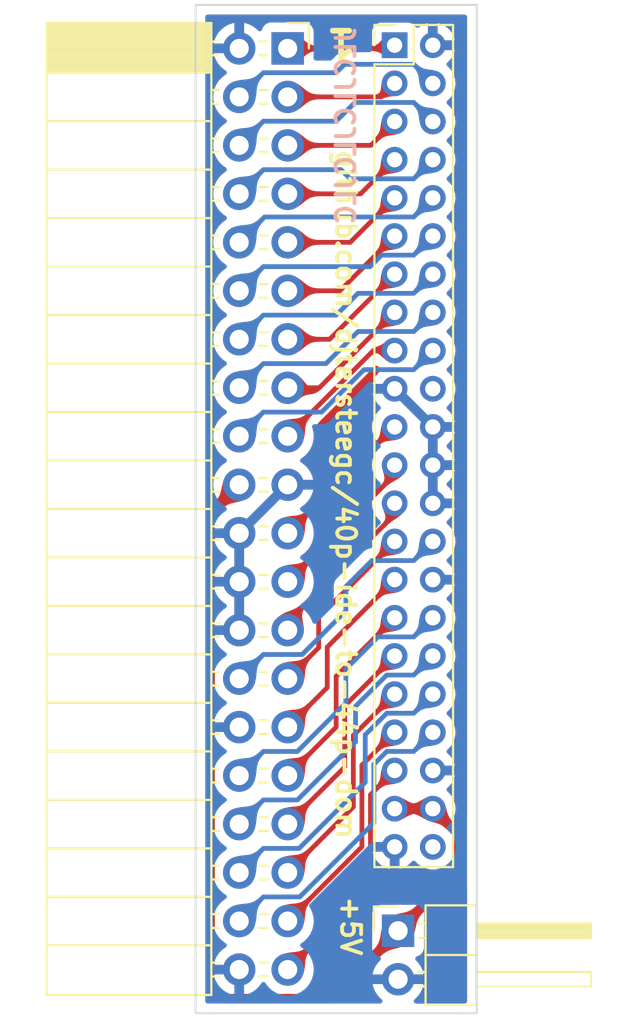
<source format=kicad_pcb>
(kicad_pcb (version 20211014) (generator pcbnew)
  (layers (0 "F.Cu" signal) (31 "B.Cu" signal) (34 "B.Paste" user) (35 "F.Paste" user) (36 "B.SilkS" user "B.Silkscreen") (37 "F.SilkS" user "F.Silkscreen") (38 "B.Mask" user) (39 "F.Mask" user) (44 "Edge.Cuts" user))
  (net 0 "")
  (net 1 "Net-(J1-Pad1)")
  (net 2 "GND")
  (net 3 "Net-(J1-Pad3)")
  (net 4 "Net-(J1-Pad4)")
  (net 5 "Net-(J1-Pad5)")
  (net 6 "Net-(J1-Pad6)")
  (net 7 "Net-(J1-Pad7)")
  (net 8 "Net-(J1-Pad8)")
  (net 9 "Net-(J1-Pad9)")
  (net 10 "Net-(J1-Pad10)")
  (net 11 "Net-(J1-Pad11)")
  (net 12 "Net-(J1-Pad12)")
  (net 13 "Net-(J1-Pad13)")
  (net 14 "Net-(J1-Pad14)")
  (net 15 "Net-(J1-Pad15)")
  (net 16 "Net-(J1-Pad16)")
  (net 17 "Net-(J1-Pad17)")
  (net 18 "Net-(J1-Pad18)")
  (net 20 "Net-(J1-Pad21)")
  (net 21 "Net-(J1-Pad23)")
  (net 22 "Net-(J1-Pad25)")
  (net 23 "Net-(J1-Pad27)")
  (net 24 "Net-(J1-Pad28)")
  (net 25 "Net-(J1-Pad29)")
  (net 26 "Net-(J1-Pad31)")
  (net 27 "Net-(J1-Pad32)")
  (net 28 "Net-(J1-Pad33)")
  (net 29 "Net-(J1-Pad34)")
  (net 30 "Net-(J1-Pad35)")
  (net 31 "Net-(J1-Pad36)")
  (net 32 "Net-(J1-Pad37)")
  (net 33 "Net-(J1-Pad38)")
  (net 34 "Net-(J1-Pad39)")
  (net 35 "+5V")
  (footprint "Connector_PinSocket_2.54mm:PinSocket_2x20_P2.54mm_Horizontal" (layer "F.Cu") (at 156.464 63.242)
    (fp_text reference "J2")
    (fp_text value "IDE 40 pin")
  )
  (footprint "Connector_PinHeader_2.54mm:PinHeader_1x02_P2.54mm_Horizontal" (layer "F.Cu") (at 162.249 109.469)
    (fp_text reference "J3")
    (fp_text value "5V Power")
  )
  (footprint "Connector_PinHeader_2.00mm:PinHeader_2x22_P2.00mm_Vertical" (layer "F.Cu") (at 162.068 63.074)
    (fp_text reference "J1")
    (fp_text value "IDE 44 pin")
  )
  (gr_line (start 152.654 60.96) (end 152.4 60.96) (layer "Edge.Cuts") (width 0.1))
  (gr_line (start 165.608 60.96) (end 152.654 60.96) (layer "Edge.Cuts") (width 0.1))
  (gr_line (start 152.654 113.792) (end 165.608 113.792) (layer "Edge.Cuts") (width 0.1))
  (gr_line (start 151.892 113.792) (end 152.146 113.792) (layer "Edge.Cuts") (width 0.1))
  (gr_line (start 166.37 60.96) (end 166.37 113.792) (layer "Edge.Cuts") (width 0.1))
  (gr_line (start 165.862 113.792) (end 165.608 113.792) (layer "Edge.Cuts") (width 0.1))
  (gr_line (start 166.37 113.792) (end 165.862 113.792) (layer "Edge.Cuts") (width 0.1))
  (gr_line (start 151.892 113.792) (end 151.638 113.792) (layer "Edge.Cuts") (width 0.1))
  (gr_line (start 151.638 60.96) (end 151.892 60.96) (layer "Edge.Cuts") (width 0.1))
  (gr_line (start 152.4 113.792) (end 152.146 113.792) (layer "Edge.Cuts") (width 0.1))
  (gr_line (start 151.892 60.96) (end 152.4 60.96) (layer "Edge.Cuts") (width 0.1))
  (gr_line (start 165.862 60.96) (end 166.37 60.96) (layer "Edge.Cuts") (width 0.1))
  (gr_line (start 152.654 113.792) (end 152.4 113.792) (layer "Edge.Cuts") (width 0.1))
  (gr_line (start 165.862 60.96) (end 165.608 60.96) (layer "Edge.Cuts") (width 0.1))
  (gr_line (start 151.638 113.792) (end 151.638 60.96) (layer "Edge.Cuts") (width 0.1))
  (gr_text "JLCJLCJLCJLC" (at 159.512 67.31 90) (layer "B.SilkS") (effects (font (size 1 1) (thickness 0.2)) (justify mirror)))
  (gr_text "+5V" (at 159.766 109.22 270) (layer "F.SilkS") (effects (font (size 1 1) (thickness 0.2))))
  (gr_text "1" (at 159.258 62.992 180) (layer "F.SilkS") (effects (font (size 1.5 1.5) (thickness 0.3))))
  (gr_text "github.com/djtersteegc/40p-ide-to-44p-dom" (at 159.512 86.614 270) (layer "F.SilkS") (effects (font (size 1 1) (thickness 0.2))))
  (segment (start 161.9 63.242) (end 162.068 63.074) (width 0.25) (layer "F.Cu") (net 1))
  (segment (start 156.464 63.242) (end 161.9 63.242) (width 0.25) (layer "F.Cu") (net 1))
  (segment (start 156.464 86.102) (end 153.924 88.642) (width 0.5) (layer "F.Cu") (net 2))
  (segment (start 162.068 81.074) (end 164.068 83.074) (width 0.5) (layer "F.Cu") (net 2))
  (segment (start 162.068 81.074) (end 164.068 83.074) (width 0.5) (layer "B.Cu") (net 2))
  (segment (start 156.464 86.102) (end 153.924 88.642) (width 0.5) (layer "B.Cu") (net 2))
  (segment (start 156.464 65.782) (end 161.36 65.782) (width 0.25) (layer "F.Cu") (net 3))
  (segment (start 161.36 65.782) (end 162.068 65.074) (width 0.25) (layer "F.Cu") (net 3))
  (segment (start 159.004 64.516) (end 159.445511 64.074489) (width 0.25) (layer "B.Cu") (net 4))
  (segment (start 155.19 64.516) (end 159.004 64.516) (width 0.25) (layer "B.Cu") (net 4))
  (segment (start 153.924 65.782) (end 155.19 64.516) (width 0.25) (layer "B.Cu") (net 4))
  (segment (start 163.068489 64.074489) (end 164.068 65.074) (width 0.25) (layer "B.Cu") (net 4))
  (segment (start 159.445511 64.074489) (end 163.068489 64.074489) (width 0.25) (layer "B.Cu") (net 4))
  (segment (start 156.464 68.322) (end 160.82 68.322) (width 0.25) (layer "F.Cu") (net 5))
  (segment (start 160.82 68.322) (end 162.068 67.074) (width 0.25) (layer "F.Cu") (net 5))
  (segment (start 153.924 68.322) (end 155.19 67.056) (width 0.25) (layer "B.Cu") (net 6))
  (segment (start 159.985511 66.074489) (end 163.068489 66.074489) (width 0.25) (layer "B.Cu") (net 6))
  (segment (start 163.068489 66.074489) (end 164.068 67.074) (width 0.25) (layer "B.Cu") (net 6))
  (segment (start 159.004 67.056) (end 159.985511 66.074489) (width 0.25) (layer "B.Cu") (net 6))
  (segment (start 155.19 67.056) (end 159.004 67.056) (width 0.25) (layer "B.Cu") (net 6))
  (segment (start 160.28 70.862) (end 162.068 69.074) (width 0.25) (layer "F.Cu") (net 7))
  (segment (start 156.464 70.862) (end 160.28 70.862) (width 0.25) (layer "F.Cu") (net 7))
  (segment (start 155.19 69.596) (end 159.258 69.596) (width 0.25) (layer "B.Cu") (net 8))
  (segment (start 163.068489 70.073511) (end 164.068 69.074) (width 0.25) (layer "B.Cu") (net 8))
  (segment (start 153.924 70.862) (end 155.19 69.596) (width 0.25) (layer "B.Cu") (net 8))
  (segment (start 159.735511 70.073511) (end 163.068489 70.073511) (width 0.25) (layer "B.Cu") (net 8))
  (segment (start 159.258 69.596) (end 159.735511 70.073511) (width 0.25) (layer "B.Cu") (net 8))
  (segment (start 156.464 73.402) (end 159.74 73.402) (width 0.25) (layer "F.Cu") (net 9))
  (segment (start 159.74 73.402) (end 162.068 71.074) (width 0.25) (layer "F.Cu") (net 9))
  (segment (start 163.068489 72.073511) (end 164.068 71.074) (width 0.25) (layer "B.Cu") (net 10))
  (segment (start 155.252489 72.073511) (end 163.068489 72.073511) (width 0.25) (layer "B.Cu") (net 10))
  (segment (start 153.924 73.402) (end 155.252489 72.073511) (width 0.25) (layer "B.Cu") (net 10))
  (segment (start 159.2 75.942) (end 162.068 73.074) (width 0.25) (layer "F.Cu") (net 11))
  (segment (start 156.464 75.942) (end 159.2 75.942) (width 0.25) (layer "F.Cu") (net 11))
  (segment (start 163.068489 74.073511) (end 164.068 73.074) (width 0.25) (layer "B.Cu") (net 12))
  (segment (start 155.19 74.676) (end 160.782001 74.676) (width 0.25) (layer "B.Cu") (net 12))
  (segment (start 161.38449 74.073511) (end 163.068489 74.073511) (width 0.25) (layer "B.Cu") (net 12))
  (segment (start 153.924 75.942) (end 155.19 74.676) (width 0.25) (layer "B.Cu") (net 12))
  (segment (start 160.782001 74.676) (end 161.38449 74.073511) (width 0.25) (layer "B.Cu") (net 12))
  (segment (start 158.66 78.482) (end 162.068 75.074) (width 0.25) (layer "F.Cu") (net 13))
  (segment (start 156.464 78.482) (end 158.66 78.482) (width 0.25) (layer "F.Cu") (net 13))
  (segment (start 159.004 77.216) (end 160.145511 76.074489) (width 0.25) (layer "B.Cu") (net 14))
  (segment (start 155.19 77.216) (end 159.004 77.216) (width 0.25) (layer "B.Cu") (net 14))
  (segment (start 160.145511 76.074489) (end 163.067511 76.074489) (width 0.25) (layer "B.Cu") (net 14))
  (segment (start 153.924 78.482) (end 155.19 77.216) (width 0.25) (layer "B.Cu") (net 14))
  (segment (start 163.067511 76.074489) (end 164.068 75.074) (width 0.25) (layer "B.Cu") (net 14))
  (segment (start 156.464 81.022) (end 158.12 81.022) (width 0.25) (layer "F.Cu") (net 15))
  (segment (start 158.12 81.022) (end 162.068 77.074) (width 0.25) (layer "F.Cu") (net 15))
  (segment (start 160.154727 78.073511) (end 163.068489 78.073511) (width 0.25) (layer "B.Cu") (net 16))
  (segment (start 153.924 81.022) (end 155.19 79.756) (width 0.25) (layer "B.Cu") (net 16))
  (segment (start 163.068489 78.073511) (end 164.068 77.074) (width 0.25) (layer "B.Cu") (net 16))
  (segment (start 155.19 79.756) (end 158.472238 79.756) (width 0.25) (layer "B.Cu") (net 16))
  (segment (start 158.472238 79.756) (end 160.154727 78.073511) (width 0.25) (layer "B.Cu") (net 16))
  (segment (start 160.952 79.074) (end 162.068 79.074) (width 0.25) (layer "F.Cu") (net 17))
  (segment (start 156.464 83.562) (end 160.952 79.074) (width 0.25) (layer "F.Cu") (net 17))
  (segment (start 160.464489 80.073511) (end 163.068489 80.073511) (width 0.25) (layer "B.Cu") (net 18))
  (segment (start 158.242 82.296) (end 160.464489 80.073511) (width 0.25) (layer "B.Cu") (net 18))
  (segment (start 155.19 82.296) (end 158.242 82.296) (width 0.25) (layer "B.Cu") (net 18))
  (segment (start 153.924 83.562) (end 155.19 82.296) (width 0.25) (layer "B.Cu") (net 18))
  (segment (start 163.068489 80.073511) (end 164.068 79.074) (width 0.25) (layer "B.Cu") (net 18))
  (segment (start 162.032 83.074) (end 162.068 83.074) (width 0.25) (layer "F.Cu") (net 20))
  (segment (start 156.464 88.642) (end 162.032 83.074) (width 0.25) (layer "F.Cu") (net 20))
  (segment (start 162.068 85.578) (end 162.068 85.074) (width 0.25) (layer "F.Cu") (net 21))
  (segment (start 156.464 91.182) (end 162.068 85.578) (width 0.25) (layer "F.Cu") (net 21))
  (segment (start 156.464 93.264477) (end 162.068 87.660477) (width 0.25) (layer "F.Cu") (net 22))
  (segment (start 162.068 87.660477) (end 162.068 87.074) (width 0.25) (layer "F.Cu") (net 22))
  (segment (start 156.464 93.722) (end 156.464 93.264477) (width 0.25) (layer "F.Cu") (net 22))
  (segment (start 158.088031 93.053969) (end 162.068 89.074) (width 0.25) (layer "F.Cu") (net 23))
  (segment (start 158.088031 94.637969) (end 158.088031 93.053969) (width 0.25) (layer "F.Cu") (net 23))
  (segment (start 156.464 96.262) (end 158.088031 94.637969) (width 0.25) (layer "F.Cu") (net 23))
  (segment (start 153.924 96.262) (end 155.19 94.996) (width 0.25) (layer "B.Cu") (net 24))
  (segment (start 155.19 94.996) (end 157.226 94.996) (width 0.25) (layer "B.Cu") (net 24))
  (segment (start 160.877511 90.074489) (end 163.067511 90.074489) (width 0.25) (layer "B.Cu") (net 24))
  (segment (start 159.512 92.71) (end 159.512 91.44) (width 0.25) (layer "B.Cu") (net 24))
  (segment (start 159.512 91.44) (end 160.877511 90.074489) (width 0.25) (layer "B.Cu") (net 24))
  (segment (start 157.226 94.996) (end 159.512 92.71) (width 0.25) (layer "B.Cu") (net 24))
  (segment (start 163.067511 90.074489) (end 164.068 89.074) (width 0.25) (layer "B.Cu") (net 24))
  (segment (start 158.537551 96.728449) (end 158.537551 94.604449) (width 0.25) (layer "F.Cu") (net 25))
  (segment (start 156.464 98.802) (end 158.537551 96.728449) (width 0.25) (layer "F.Cu") (net 25))
  (segment (start 158.537551 94.604449) (end 162.068 91.074) (width 0.25) (layer "F.Cu") (net 25))
  (segment (start 159.004 98.802) (end 159.004 96.138) (width 0.25) (layer "F.Cu") (net 26))
  (segment (start 159.004 96.138) (end 162.068 93.074) (width 0.25) (layer "F.Cu") (net 26))
  (segment (start 156.464 101.342) (end 159.004 98.802) (width 0.25) (layer "F.Cu") (net 26))
  (segment (start 153.924 101.342) (end 155.19 100.076) (width 0.25) (layer "B.Cu") (net 27))
  (segment (start 163.068489 94.073511) (end 164.068 93.074) (width 0.25) (layer "B.Cu") (net 27))
  (segment (start 155.19 100.076) (end 156.972 100.076) (width 0.25) (layer "B.Cu") (net 27))
  (segment (start 156.972 100.076) (end 159.512 97.536) (width 0.25) (layer "B.Cu") (net 27))
  (segment (start 159.512 97.536) (end 159.512 95.758001) (width 0.25) (layer "B.Cu") (net 27))
  (segment (start 161.19649 94.073511) (end 163.068489 94.073511) (width 0.25) (layer "B.Cu") (net 27))
  (segment (start 159.512 95.758001) (end 161.19649 94.073511) (width 0.25) (layer "B.Cu") (net 27))
  (segment (start 159.45352 97.68848) (end 162.068 95.074) (width 0.25) (layer "F.Cu") (net 28))
  (segment (start 159.45352 100.89248) (end 159.45352 97.68848) (width 0.25) (layer "F.Cu") (net 28))
  (segment (start 156.464 103.882) (end 159.45352 100.89248) (width 0.25) (layer "F.Cu") (net 28))
  (segment (start 156.972 102.616) (end 160.02 99.568) (width 0.25) (layer "B.Cu") (net 29))
  (segment (start 160.02 97.708477) (end 161.654966 96.073511) (width 0.25) (layer "B.Cu") (net 29))
  (segment (start 160.02 99.568) (end 160.02 97.708477) (width 0.25) (layer "B.Cu") (net 29))
  (segment (start 163.068489 96.073511) (end 164.068 95.074) (width 0.25) (layer "B.Cu") (net 29))
  (segment (start 161.654966 96.073511) (end 163.068489 96.073511) (width 0.25) (layer "B.Cu") (net 29))
  (segment (start 153.924 103.882) (end 155.19 102.616) (width 0.25) (layer "B.Cu") (net 29))
  (segment (start 155.19 102.616) (end 156.972 102.616) (width 0.25) (layer "B.Cu") (net 29))
  (segment (start 159.90304 102.98296) (end 159.90304 99.23896) (width 0.25) (layer "F.Cu") (net 30))
  (segment (start 159.90304 99.23896) (end 162.068 97.074) (width 0.25) (layer "F.Cu") (net 30))
  (segment (start 156.464 106.422) (end 159.90304 102.98296) (width 0.25) (layer "F.Cu") (net 30))
  (segment (start 160.528 101.690969) (end 160.528 99.200477) (width 0.25) (layer "B.Cu") (net 31))
  (segment (start 160.528 99.200477) (end 161.654966 98.073511) (width 0.25) (layer "B.Cu") (net 31))
  (segment (start 155.19 105.156) (end 157.062969 105.156) (width 0.25) (layer "B.Cu") (net 31))
  (segment (start 163.068489 98.073511) (end 164.068 97.074) (width 0.25) (layer "B.Cu") (net 31))
  (segment (start 153.924 106.422) (end 155.19 105.156) (width 0.25) (layer "B.Cu") (net 31))
  (segment (start 161.654966 98.073511) (end 163.068489 98.073511) (width 0.25) (layer "B.Cu") (net 31))
  (segment (start 157.062969 105.156) (end 160.528 101.690969) (width 0.25) (layer "B.Cu") (net 31))
  (segment (start 156.464 108.962) (end 160.35256 105.07344) (width 0.25) (layer "F.Cu") (net 32))
  (segment (start 160.35256 100.78944) (end 162.068 99.074) (width 0.25) (layer "F.Cu") (net 32))
  (segment (start 160.35256 105.07344) (end 160.35256 100.78944) (width 0.25) (layer "F.Cu") (net 32))
  (segment (start 155.19 107.696) (end 157.099 107.696) (width 0.25) (layer "B.Cu") (net 33))
  (segment (start 157.099 107.696) (end 160.97752 103.81748) (width 0.25) (layer "B.Cu") (net 33))
  (segment (start 160.97752 103.81748) (end 160.97752 100.750957) (width 0.25) (layer "B.Cu") (net 33))
  (segment (start 163.067511 100.074489) (end 164.068 99.074) (width 0.25) (layer "B.Cu") (net 33))
  (segment (start 153.924 108.962) (end 155.19 107.696) (width 0.25) (layer "B.Cu") (net 33))
  (segment (start 161.653988 100.074489) (end 163.067511 100.074489) (width 0.25) (layer "B.Cu") (net 33))
  (segment (start 160.97752 100.750957) (end 161.653988 100.074489) (width 0.25) (layer "B.Cu") (net 33))
  (segment (start 156.464 111.502) (end 160.80208 107.16392) (width 0.25) (layer "F.Cu") (net 34))
  (segment (start 160.80208 102.33992) (end 162.068 101.074) (width 0.25) (layer "F.Cu") (net 34))
  (segment (start 160.80208 107.16392) (end 160.80208 102.33992) (width 0.25) (layer "F.Cu") (net 34))
  (segment (start 162.068 103.074) (end 164.068 103.074) (width 0.5) (layer "F.Cu") (net 35))
  (segment (start 162.249 109.531) (end 158.75 113.03) (width 0.5) (layer "F.Cu") (net 35))
  (segment (start 152.4 112.268) (end 153.162 113.03) (width 0.5) (layer "F.Cu") (net 35))
  (segment (start 165.354 104.36) (end 165.354 106.364) (width 0.5) (layer "F.Cu") (net 35))
  (segment (start 162.249 109.469) (end 162.249 109.531) (width 0.5) (layer "F.Cu") (net 35))
  (segment (start 158.75 113.03) (end 153.162 113.03) (width 0.5) (layer "F.Cu") (net 35))
  (segment (start 165.354 106.364) (end 162.249 109.469) (width 0.5) (layer "F.Cu") (net 35))
  (segment (start 164.068 103.074) (end 165.354 104.36) (width 0.5) (layer "F.Cu") (net 35))
  (segment (start 152.4 87.626) (end 152.4 112.268) (width 0.5) (layer "F.Cu") (net 35))
  (segment (start 153.924 86.102) (end 152.4 87.626) (width 0.5) (layer "F.Cu") (net 35))
  (zone (net 1) (net_name "Net-(J1-Pad1)") (layer "F.Cu") (priority 16962) (connect_pads yes (clearance 0)) (min_thickness 0.0254) (fill yes (thermal_gap 0.508) (thermal_bridge_width 0.508))
    (polygon (pts (xy 158.154 63.117) (xy 157.954601 63.106697) (xy 157.791127 63.077526) (xy 157.655726 63.032085) (xy 157.540548 62.972978) (xy 157.437741 62.902804) (xy 157.339455 62.824167) (xy 157.23784 62.739666) (xy 157.125043 62.651904) (xy 156.993216 62.563481) (xy 156.834506 62.477) (xy 156.039 63.242) (xy 156.834506 64.007) (xy 156.993216 63.920518) (xy 157.125043 63.832095) (xy 157.23784 63.744333) (xy 157.339455 63.659832) (xy 157.437741 63.581195) (xy 157.540548 63.511021) (xy 157.655726 63.451914) (xy 157.791127 63.406473) (xy 157.954601 63.377302) (xy 158.154 63.367)))
  )
  (zone (net 22) (net_name "Net-(J1-Pad25)") (layer "F.Cu") (priority 16962) (connect_pads yes (clearance 0)) (min_thickness 0.0254) (fill yes (thermal_gap 0.508) (thermal_bridge_width 0.508))
    (polygon (pts (xy 157.308992 92.242708) (xy 157.143484 92.394149) (xy 156.992375 92.506801) (xy 156.852336 92.589598) (xy 156.72004 92.651475) (xy 156.592161 92.701368) (xy 156.465372 92.748212) (xy 156.336344 92.800943) (xy 156.201752 92.868495) (xy 156.058268 92.959804) (xy 155.902566 93.083806) (xy 156.299175 94.113736) (xy 157.312817 93.677179) (xy 157.29836 93.518108) (xy 157.276368 93.374595) (xy 157.252312 93.243581) (xy 157.231663 93.122006) (xy 157.219895 93.006812) (xy 157.222478 92.89494) (xy 157.244885 92.78333) (xy 157.292588 92.668924) (xy 157.371058 92.548661) (xy 157.485769 92.419485)))
  )
  (zone (net 17) (net_name "Net-(J1-Pad17)") (layer "F.Cu") (priority 16962) (connect_pads yes (clearance 0)) (min_thickness 0.0254) (fill yes (thermal_gap 0.508) (thermal_bridge_width 0.508))
    (polygon (pts (xy 160.87139 79.331386) (xy 160.969497 79.253034) (xy 161.059965 79.218621) (xy 161.145002 79.221117) (xy 161.226817 79.253491) (xy 161.307621 79.308714) (xy 161.389621 79.379754) (xy 161.475027 79.459583) (xy 161.566049 79.541171) (xy 161.664895 79.617486) (xy 161.773775 79.6815) (xy 162.4055 79.074) (xy 161.590703 78.596703) (xy 161.49613 78.681806) (xy 161.407615 78.744619) (xy 161.323299 78.791059) (xy 161.241325 78.82704) (xy 161.159834 78.85848) (xy 161.076969 78.891294) (xy 160.990872 78.931398) (xy 160.899686 78.984708) (xy 160.801552 79.05714) (xy 160.694614 79.15461)))
  )
  (zone (net 30) (net_name "Net-(J1-Pad35)") (layer "F.Cu") (priority 16962) (connect_pads yes (clearance 0)) (min_thickness 0.0254) (fill yes (thermal_gap 0.508) (thermal_bridge_width 0.508))
    (polygon (pts (xy 157.570621 105.138602) (xy 157.42234 105.272313) (xy 157.286119 105.367278) (xy 157.158245 105.43089) (xy 157.035006 105.470538) (xy 156.912691 105.493613) (xy 156.787588 105.507507) (xy 156.655984 105.519609) (xy 156.514167 105.53731) (xy 156.358427 105.568002) (xy 156.185051 105.619076) (xy 156.16348 106.72252) (xy 157.266924 106.700949) (xy 157.317997 106.527572) (xy 157.348689 106.371832) (xy 157.36639 106.230015) (xy 157.378492 106.098411) (xy 157.392386 105.973308) (xy 157.415461 105.850993) (xy 157.455109 105.727754) (xy 157.518721 105.59988) (xy 157.613686 105.463659) (xy 157.747398 105.315379)))
  )
  (zone (net 20) (net_name "Net-(J1-Pad21)") (layer "F.Cu") (priority 16962) (connect_pads yes (clearance 0)) (min_thickness 0.0254) (fill yes (thermal_gap 0.508) (thermal_bridge_width 0.508))
    (polygon (pts (xy 157.570621 87.358602) (xy 157.42234 87.492313) (xy 157.286119 87.587278) (xy 157.158245 87.65089) (xy 157.035006 87.690538) (xy 156.912691 87.713613) (xy 156.787588 87.727507) (xy 156.655984 87.739609) (xy 156.514167 87.75731) (xy 156.358427 87.788002) (xy 156.185051 87.839076) (xy 156.16348 88.94252) (xy 157.266924 88.920949) (xy 157.317997 88.747572) (xy 157.348689 88.591832) (xy 157.36639 88.450015) (xy 157.378492 88.318411) (xy 157.392386 88.193308) (xy 157.415461 88.070993) (xy 157.455109 87.947754) (xy 157.518721 87.81988) (xy 157.613686 87.683659) (xy 157.747398 87.535379)))
  )
  (zone (net 21) (net_name "Net-(J1-Pad23)") (layer "F.Cu") (priority 16962) (connect_pads yes (clearance 0)) (min_thickness 0.0254) (fill yes (thermal_gap 0.508) (thermal_bridge_width 0.508))
    (polygon (pts (xy 157.570621 89.898602) (xy 157.42234 90.032313) (xy 157.286119 90.127278) (xy 157.158245 90.19089) (xy 157.035006 90.230538) (xy 156.912691 90.253613) (xy 156.787588 90.267507) (xy 156.655984 90.279609) (xy 156.514167 90.29731) (xy 156.358427 90.328002) (xy 156.185051 90.379076) (xy 156.16348 91.48252) (xy 157.266924 91.460949) (xy 157.317997 91.287572) (xy 157.348689 91.131832) (xy 157.36639 90.990015) (xy 157.378492 90.858411) (xy 157.392386 90.733308) (xy 157.415461 90.610993) (xy 157.455109 90.487754) (xy 157.518721 90.35988) (xy 157.613686 90.223659) (xy 157.747398 90.075379)))
  )
  (zone (net 9) (net_name "Net-(J1-Pad9)") (layer "F.Cu") (priority 16962) (connect_pads yes (clearance 0)) (min_thickness 0.0254) (fill yes (thermal_gap 0.508) (thermal_bridge_width 0.508))
    (polygon (pts (xy 158.154 73.277) (xy 157.954601 73.266697) (xy 157.791127 73.237526) (xy 157.655726 73.192085) (xy 157.540548 73.132978) (xy 157.437741 73.062804) (xy 157.339455 72.984167) (xy 157.23784 72.899666) (xy 157.125043 72.811904) (xy 156.993216 72.723481) (xy 156.834506 72.637) (xy 156.039 73.402) (xy 156.834506 74.167) (xy 156.993216 74.080518) (xy 157.125043 73.992095) (xy 157.23784 73.904333) (xy 157.339455 73.819832) (xy 157.437741 73.741195) (xy 157.540548 73.671021) (xy 157.655726 73.611914) (xy 157.791127 73.566473) (xy 157.954601 73.537302) (xy 158.154 73.527)))
  )
  (zone (net 2) (net_name "GND") (layers F&B.Cu) (connect_pads (clearance 0.508)) (min_thickness 0.254) (fill yes (thermal_gap 0.508) (thermal_bridge_width 0.508))
    (polygon (pts (xy 166.878 114.046) (xy 151.384 114.046) (xy 151.384 60.706) (xy 166.878 60.706)))
  )
  (zone (net 28) (net_name "Net-(J1-Pad33)") (layer "F.Cu") (priority 16962) (connect_pads yes (clearance 0)) (min_thickness 0.0254) (fill yes (thermal_gap 0.508) (thermal_bridge_width 0.508))
    (polygon (pts (xy 161.205331 96.113446) (xy 161.32209 96.00735) (xy 161.429072 95.930655) (xy 161.529248 95.877828) (xy 161.625588 95.843336) (xy 161.721066 95.821647) (xy 161.818652 95.807229) (xy 161.921319 95.794549) (xy 162.032037 95.778075) (xy 162.15378 95.752275) (xy 162.289518 95.711616) (xy 162.306648 94.835352) (xy 161.430384 94.852482) (xy 161.389724 94.988219) (xy 161.363924 95.109962) (xy 161.34745 95.22068) (xy 161.33477 95.323347) (xy 161.320352 95.420933) (xy 161.298663 95.516411) (xy 161.264171 95.612751) (xy 161.211344 95.712927) (xy 161.134649 95.819909) (xy 161.028554 95.936669)))
  )
  (zone (net 7) (net_name "Net-(J1-Pad7)") (layer "F.Cu") (priority 16962) (connect_pads yes (clearance 0)) (min_thickness 0.0254) (fill yes (thermal_gap 0.508) (thermal_bridge_width 0.508))
    (polygon (pts (xy 161.205331 70.113446) (xy 161.32209 70.00735) (xy 161.429072 69.930655) (xy 161.529248 69.877828) (xy 161.625588 69.843336) (xy 161.721066 69.821647) (xy 161.818652 69.807229) (xy 161.921319 69.794549) (xy 162.032037 69.778075) (xy 162.15378 69.752275) (xy 162.289518 69.711616) (xy 162.306648 68.835352) (xy 161.430384 68.852482) (xy 161.389724 68.988219) (xy 161.363924 69.109962) (xy 161.34745 69.22068) (xy 161.33477 69.323347) (xy 161.320352 69.420933) (xy 161.298663 69.516411) (xy 161.264171 69.612751) (xy 161.211344 69.712927) (xy 161.134649 69.819909) (xy 161.028554 69.936669)))
  )
  (zone (net 35) (net_name "+5V") (layer "F.Cu") (priority 16962) (connect_pads yes (clearance 0)) (min_thickness 0.0254) (fill yes (thermal_gap 0.508) (thermal_bridge_width 0.508))
    (polygon (pts (xy 162.723 103.324) (xy 162.875933 103.328515) (xy 163.005052 103.341645) (xy 163.115299 103.362761) (xy 163.211616 103.391237) (xy 163.298946 103.426444) (xy 163.382231 103.467755) (xy 163.466414 103.514544) (xy 163.556437 103.566182) (xy 163.657243 103.622043) (xy 163.773775 103.6815) (xy 164.4055 103.074) (xy 163.773775 102.4665) (xy 163.657243 102.525956) (xy 163.556437 102.581817) (xy 163.466414 102.633455) (xy 163.382231 102.680244) (xy 163.298946 102.721555) (xy 163.211616 102.756762) (xy 163.115299 102.785238) (xy 163.005052 102.806354) (xy 162.875933 102.819484) (xy 162.723 102.824)))
  )
  (zone (net 1) (net_name "Net-(J1-Pad1)") (layer "F.Cu") (priority 16962) (connect_pads yes (clearance 0)) (min_thickness 0.0254) (fill yes (thermal_gap 0.508) (thermal_bridge_width 0.508))
    (polygon (pts (xy 160.735 63.367) (xy 160.90631 63.37435) (xy 161.048574 63.394772) (xy 161.168392 63.425822) (xy 161.272368 63.465054) (xy 161.367101 63.510025) (xy 161.459195 63.55829) (xy 161.555251 63.607404) (xy 161.66187 63.654925) (xy 161.785654 63.698406) (xy 161.933205 63.735404) (xy 162.395009 62.990509) (xy 161.632635 62.558169) (xy 161.535647 62.646508) (xy 161.453931 62.731159) (xy 161.382361 62.810799) (xy 161.315813 62.884108) (xy 161.249161 62.949764) (xy 161.177282 63.006445) (xy 161.095051 63.052831) (xy 160.997344 63.087599) (xy 160.879035 63.109429) (xy 160.735 63.117)))
  )
  (zone (net 11) (net_name "Net-(J1-Pad11)") (layer "F.Cu") (priority 16962) (connect_pads yes (clearance 0)) (min_thickness 0.0254) (fill yes (thermal_gap 0.508) (thermal_bridge_width 0.508))
    (polygon (pts (xy 161.205331 74.113446) (xy 161.32209 74.00735) (xy 161.429072 73.930655) (xy 161.529248 73.877828) (xy 161.625588 73.843336) (xy 161.721066 73.821647) (xy 161.818652 73.807229) (xy 161.921319 73.794549) (xy 162.032037 73.778075) (xy 162.15378 73.752275) (xy 162.289518 73.711616) (xy 162.306648 72.835352) (xy 161.430384 72.852482) (xy 161.389724 72.988219) (xy 161.363924 73.109962) (xy 161.34745 73.22068) (xy 161.33477 73.323347) (xy 161.320352 73.420933) (xy 161.298663 73.516411) (xy 161.264171 73.612751) (xy 161.211344 73.712927) (xy 161.134649 73.819909) (xy 161.028554 73.936669)))
  )
  (zone (net 25) (net_name "Net-(J1-Pad29)") (layer "F.Cu") (priority 16962) (connect_pads yes (clearance 0)) (min_thickness 0.0254) (fill yes (thermal_gap 0.508) (thermal_bridge_width 0.508))
    (polygon (pts (xy 161.205331 92.113446) (xy 161.32209 92.00735) (xy 161.429072 91.930655) (xy 161.529248 91.877828) (xy 161.625588 91.843336) (xy 161.721066 91.821647) (xy 161.818652 91.807229) (xy 161.921319 91.794549) (xy 162.032037 91.778075) (xy 162.15378 91.752275) (xy 162.289518 91.711616) (xy 162.306648 90.835352) (xy 161.430384 90.852482) (xy 161.389724 90.988219) (xy 161.363924 91.109962) (xy 161.34745 91.22068) (xy 161.33477 91.323347) (xy 161.320352 91.420933) (xy 161.298663 91.516411) (xy 161.264171 91.612751) (xy 161.211344 91.712927) (xy 161.134649 91.819909) (xy 161.028554 91.936669)))
  )
  (zone (net 34) (net_name "Net-(J1-Pad39)") (layer "F.Cu") (priority 16962) (connect_pads yes (clearance 0)) (min_thickness 0.0254) (fill yes (thermal_gap 0.508) (thermal_bridge_width 0.508))
    (polygon (pts (xy 161.205331 102.113446) (xy 161.32209 102.00735) (xy 161.429072 101.930655) (xy 161.529248 101.877828) (xy 161.625588 101.843336) (xy 161.721066 101.821647) (xy 161.818652 101.807229) (xy 161.921319 101.794549) (xy 162.032037 101.778075) (xy 162.15378 101.752275) (xy 162.289518 101.711616) (xy 162.306648 100.835352) (xy 161.430384 100.852482) (xy 161.389724 100.988219) (xy 161.363924 101.109962) (xy 161.34745 101.22068) (xy 161.33477 101.323347) (xy 161.320352 101.420933) (xy 161.298663 101.516411) (xy 161.264171 101.612751) (xy 161.211344 101.712927) (xy 161.134649 101.819909) (xy 161.028554 101.936669)))
  )
  (zone (net 23) (net_name "Net-(J1-Pad27)") (layer "F.Cu") (priority 16962) (connect_pads yes (clearance 0)) (min_thickness 0.0254) (fill yes (thermal_gap 0.508) (thermal_bridge_width 0.508))
    (polygon (pts (xy 161.205331 90.113446) (xy 161.32209 90.00735) (xy 161.429072 89.930655) (xy 161.529248 89.877828) (xy 161.625588 89.843336) (xy 161.721066 89.821647) (xy 161.818652 89.807229) (xy 161.921319 89.794549) (xy 162.032037 89.778075) (xy 162.15378 89.752275) (xy 162.289518 89.711616) (xy 162.306648 88.835352) (xy 161.430384 88.852482) (xy 161.389724 88.988219) (xy 161.363924 89.109962) (xy 161.34745 89.22068) (xy 161.33477 89.323347) (xy 161.320352 89.420933) (xy 161.298663 89.516411) (xy 161.264171 89.612751) (xy 161.211344 89.712927) (xy 161.134649 89.819909) (xy 161.028554 89.936669)))
  )
  (zone (net 26) (net_name "Net-(J1-Pad31)") (layer "F.Cu") (priority 16962) (connect_pads yes (clearance 0)) (min_thickness 0.0254) (fill yes (thermal_gap 0.508) (thermal_bridge_width 0.508))
    (polygon (pts (xy 161.205331 94.113446) (xy 161.32209 94.00735) (xy 161.429072 93.930655) (xy 161.529248 93.877828) (xy 161.625588 93.843336) (xy 161.721066 93.821647) (xy 161.818652 93.807229) (xy 161.921319 93.794549) (xy 162.032037 93.778075) (xy 162.15378 93.752275) (xy 162.289518 93.711616) (xy 162.306648 92.835352) (xy 161.430384 92.852482) (xy 161.389724 92.988219) (xy 161.363924 93.109962) (xy 161.34745 93.22068) (xy 161.33477 93.323347) (xy 161.320352 93.420933) (xy 161.298663 93.516411) (xy 161.264171 93.612751) (xy 161.211344 93.712927) (xy 161.134649 93.819909) (xy 161.028554 93.936669)))
  )
  (zone (net 34) (net_name "Net-(J1-Pad39)") (layer "F.Cu") (priority 16962) (connect_pads yes (clearance 0)) (min_thickness 0.0254) (fill yes (thermal_gap 0.508) (thermal_bridge_width 0.508))
    (polygon (pts (xy 157.570621 110.218602) (xy 157.42234 110.352313) (xy 157.286119 110.447278) (xy 157.158245 110.51089) (xy 157.035006 110.550538) (xy 156.912691 110.573613) (xy 156.787588 110.587507) (xy 156.655984 110.599609) (xy 156.514167 110.61731) (xy 156.358427 110.648002) (xy 156.185051 110.699076) (xy 156.16348 111.80252) (xy 157.266924 111.780949) (xy 157.317997 111.607572) (xy 157.348689 111.451832) (xy 157.36639 111.310015) (xy 157.378492 111.178411) (xy 157.392386 111.053308) (xy 157.415461 110.930993) (xy 157.455109 110.807754) (xy 157.518721 110.67988) (xy 157.613686 110.543659) (xy 157.747398 110.395379)))
  )
  (zone (net 15) (net_name "Net-(J1-Pad15)") (layer "F.Cu") (priority 16962) (connect_pads yes (clearance 0)) (min_thickness 0.0254) (fill yes (thermal_gap 0.508) (thermal_bridge_width 0.508))
    (polygon (pts (xy 161.205331 78.113446) (xy 161.32209 78.00735) (xy 161.429072 77.930655) (xy 161.529248 77.877828) (xy 161.625588 77.843336) (xy 161.721066 77.821647) (xy 161.818652 77.807229) (xy 161.921319 77.794549) (xy 162.032037 77.778075) (xy 162.15378 77.752275) (xy 162.289518 77.711616) (xy 162.306648 76.835352) (xy 161.430384 76.852482) (xy 161.389724 76.988219) (xy 161.363924 77.109962) (xy 161.34745 77.22068) (xy 161.33477 77.323347) (xy 161.320352 77.420933) (xy 161.298663 77.516411) (xy 161.264171 77.612751) (xy 161.211344 77.712927) (xy 161.134649 77.819909) (xy 161.028554 77.936669)))
  )
  (zone (net 32) (net_name "Net-(J1-Pad37)") (layer "F.Cu") (priority 16962) (connect_pads yes (clearance 0)) (min_thickness 0.0254) (fill yes (thermal_gap 0.508) (thermal_bridge_width 0.508))
    (polygon (pts (xy 157.570621 107.678602) (xy 157.42234 107.812313) (xy 157.286119 107.907278) (xy 157.158245 107.97089) (xy 157.035006 108.010538) (xy 156.912691 108.033613) (xy 156.787588 108.047507) (xy 156.655984 108.059609) (xy 156.514167 108.07731) (xy 156.358427 108.108002) (xy 156.185051 108.159076) (xy 156.16348 109.26252) (xy 157.266924 109.240949) (xy 157.317997 109.067572) (xy 157.348689 108.911832) (xy 157.36639 108.770015) (xy 157.378492 108.638411) (xy 157.392386 108.513308) (xy 157.415461 108.390993) (xy 157.455109 108.267754) (xy 157.518721 108.13988) (xy 157.613686 108.003659) (xy 157.747398 107.855379)))
  )
  (zone (net 35) (net_name "+5V") (layer "F.Cu") (priority 16962) (connect_pads yes (clearance 0)) (min_thickness 0.0254) (fill yes (thermal_gap 0.508) (thermal_bridge_width 0.508))
    (polygon (pts (xy 163.413 102.824) (xy 163.260066 102.819484) (xy 163.130947 102.806354) (xy 163.0207 102.785238) (xy 162.924383 102.756762) (xy 162.837053 102.721555) (xy 162.753768 102.680244) (xy 162.669585 102.633455) (xy 162.579562 102.581817) (xy 162.478756 102.525956) (xy 162.362225 102.4665) (xy 161.7305 103.074) (xy 162.362225 103.6815) (xy 162.478756 103.622043) (xy 162.579562 103.566182) (xy 162.669585 103.514544) (xy 162.753768 103.467755) (xy 162.837053 103.426444) (xy 162.924383 103.391237) (xy 163.0207 103.362761) (xy 163.130947 103.341645) (xy 163.260066 103.328515) (xy 163.413 103.324)))
  )
  (zone (net 23) (net_name "Net-(J1-Pad27)") (layer "F.Cu") (priority 16962) (connect_pads yes (clearance 0)) (min_thickness 0.0254) (fill yes (thermal_gap 0.508) (thermal_bridge_width 0.508))
    (polygon (pts (xy 157.570621 94.978602) (xy 157.42234 95.112313) (xy 157.286119 95.207278) (xy 157.158245 95.27089) (xy 157.035006 95.310538) (xy 156.912691 95.333613) (xy 156.787588 95.347507) (xy 156.655984 95.359609) (xy 156.514167 95.37731) (xy 156.358427 95.408002) (xy 156.185051 95.459076) (xy 156.16348 96.56252) (xy 157.266924 96.540949) (xy 157.317997 96.367572) (xy 157.348689 96.211832) (xy 157.36639 96.070015) (xy 157.378492 95.938411) (xy 157.392386 95.813308) (xy 157.415461 95.690993) (xy 157.455109 95.567754) (xy 157.518721 95.43988) (xy 157.613686 95.303659) (xy 157.747398 95.155379)))
  )
  (zone (net 21) (net_name "Net-(J1-Pad23)") (layer "F.Cu") (priority 16962) (connect_pads yes (clearance 0)) (min_thickness 0.0254) (fill yes (thermal_gap 0.508) (thermal_bridge_width 0.508))
    (polygon (pts (xy 161.523529 86.299248) (xy 161.650323 86.180119) (xy 161.764003 86.08725) (xy 161.867434 86.014487) (xy 161.963483 85.955677) (xy 162.055017 85.904668) (xy 162.144902 85.855307) (xy 162.236006 85.801442) (xy 162.331195 85.736921) (xy 162.433337 85.65559) (xy 162.545297 85.551297) (xy 162.145476 84.745514) (xy 161.409182 85.220911) (xy 161.437025 85.331544) (xy 161.466492 85.432569) (xy 161.494132 85.525883) (xy 161.516497 85.613381) (xy 161.530137 85.696961) (xy 161.531604 85.778519) (xy 161.517448 85.859953) (xy 161.48422 85.943158) (xy 161.428471 86.030032) (xy 161.346752 86.122471)))
  )
  (zone (net 35) (net_name "+5V") (layer "F.Cu") (priority 16962) (connect_pads yes (clearance 0)) (min_thickness 0.0254) (fill yes (thermal_gap 0.508) (thermal_bridge_width 0.508))
    (polygon (pts (xy 163.267233 108.097214) (xy 163.124725 108.229446) (xy 162.995149 108.329525) (xy 162.874722 108.40323) (xy 162.75966 108.456338) (xy 162.646179 108.494629) (xy 162.530495 108.523881) (xy 162.408824 108.549873) (xy 162.277382 108.578384) (xy 162.132386 108.615192) (xy 161.970051 108.666076) (xy 161.94848 109.76952) (xy 163.051924 109.747949) (xy 163.102807 109.585613) (xy 163.139615 109.440617) (xy 163.168126 109.309175) (xy 163.194118 109.187504) (xy 163.22337 109.07182) (xy 163.261661 108.958339) (xy 163.314769 108.843277) (xy 163.388474 108.72285) (xy 163.488553 108.593274) (xy 163.620786 108.450767)))
  )
  (zone (net 20) (net_name "Net-(J1-Pad21)") (layer "F.Cu") (priority 16962) (connect_pads yes (clearance 0)) (min_thickness 0.0254) (fill yes (thermal_gap 0.508) (thermal_bridge_width 0.508))
    (polygon (pts (xy 161.183473 84.099304) (xy 161.299288 83.994131) (xy 161.405483 83.918253) (xy 161.50503 83.866283) (xy 161.600901 83.832837) (xy 161.696067 83.812526) (xy 161.793501 83.799966) (xy 161.896174 83.78977) (xy 162.007059 83.776552) (xy 162.129126 83.754926) (xy 162.265348 83.719506) (xy 162.315466 82.844509) (xy 161.439179 82.828626) (xy 161.39272 82.964828) (xy 161.362101 83.087042) (xy 161.341649 83.19828) (xy 161.325692 83.301552) (xy 161.308557 83.39987) (xy 161.284573 83.496244) (xy 161.248067 83.593686) (xy 161.193366 83.695206) (xy 161.1148 83.803816) (xy 161.006696 83.922527)))
  )
  (zone (net 13) (net_name "Net-(J1-Pad13)") (layer "F.Cu") (priority 16962) (connect_pads yes (clearance 0)) (min_thickness 0.0254) (fill yes (thermal_gap 0.508) (thermal_bridge_width 0.508))
    (polygon (pts (xy 158.154 78.357) (xy 157.954601 78.346697) (xy 157.791127 78.317526) (xy 157.655726 78.272085) (xy 157.540548 78.212978) (xy 157.437741 78.142804) (xy 157.339455 78.064167) (xy 157.23784 77.979666) (xy 157.125043 77.891904) (xy 156.993216 77.803481) (xy 156.834506 77.717) (xy 156.039 78.482) (xy 156.834506 79.247) (xy 156.993216 79.160518) (xy 157.125043 79.072095) (xy 157.23784 78.984333) (xy 157.339455 78.899832) (xy 157.437741 78.821195) (xy 157.540548 78.751021) (xy 157.655726 78.691914) (xy 157.791127 78.646473) (xy 157.954601 78.617302) (xy 158.154 78.607)))
  )
  (zone (net 3) (net_name "Net-(J1-Pad3)") (layer "F.Cu") (priority 16962) (connect_pads yes (clearance 0)) (min_thickness 0.0254) (fill yes (thermal_gap 0.508) (thermal_bridge_width 0.508))
    (polygon (pts (xy 161.006264 65.907) (xy 161.153701 65.902576) (xy 161.277581 65.890568) (xy 161.3833 65.872871) (xy 161.476252 65.851384) (xy 161.561833 65.828) (xy 161.645437 65.804616) (xy 161.732461 65.783128) (xy 161.828299 65.765432) (xy 161.938347 65.753424) (xy 162.068 65.749) (xy 162.306648 64.835352) (xy 161.430384 64.852482) (xy 161.398973 64.966578) (xy 161.379657 65.080854) (xy 161.366984 65.19244) (xy 161.3555 65.298463) (xy 161.339754 65.396052) (xy 161.314294 65.482336) (xy 161.273667 65.554445) (xy 161.212421 65.609505) (xy 161.125104 65.644647) (xy 161.006264 65.657)))
  )
  (zone (net 11) (net_name "Net-(J1-Pad11)") (layer "F.Cu") (priority 16962) (connect_pads yes (clearance 0)) (min_thickness 0.0254) (fill yes (thermal_gap 0.508) (thermal_bridge_width 0.508))
    (polygon (pts (xy 158.154 75.817) (xy 157.954601 75.806697) (xy 157.791127 75.777526) (xy 157.655726 75.732085) (xy 157.540548 75.672978) (xy 157.437741 75.602804) (xy 157.339455 75.524167) (xy 157.23784 75.439666) (xy 157.125043 75.351904) (xy 156.993216 75.263481) (xy 156.834506 75.177) (xy 156.039 75.942) (xy 156.834506 76.707) (xy 156.993216 76.620518) (xy 157.125043 76.532095) (xy 157.23784 76.444333) (xy 157.339455 76.359832) (xy 157.437741 76.281195) (xy 157.540548 76.211021) (xy 157.655726 76.151914) (xy 157.791127 76.106473) (xy 157.954601 76.077302) (xy 158.154 76.067)))
  )
  (zone (net 28) (net_name "Net-(J1-Pad33)") (layer "F.Cu") (priority 16962) (connect_pads yes (clearance 0)) (min_thickness 0.0254) (fill yes (thermal_gap 0.508) (thermal_bridge_width 0.508))
    (polygon (pts (xy 157.570621 102.598602) (xy 157.42234 102.732313) (xy 157.286119 102.827278) (xy 157.158245 102.89089) (xy 157.035006 102.930538) (xy 156.912691 102.953613) (xy 156.787588 102.967507) (xy 156.655984 102.979609) (xy 156.514167 102.99731) (xy 156.358427 103.028002) (xy 156.185051 103.079076) (xy 156.16348 104.18252) (xy 157.266924 104.160949) (xy 157.317997 103.987572) (xy 157.348689 103.831832) (xy 157.36639 103.690015) (xy 157.378492 103.558411) (xy 157.392386 103.433308) (xy 157.415461 103.310993) (xy 157.455109 103.187754) (xy 157.518721 103.05988) (xy 157.613686 102.923659) (xy 157.747398 102.775379)))
  )
  (zone (net 22) (net_name "Net-(J1-Pad25)") (layer "F.Cu") (priority 16962) (connect_pads yes (clearance 0)) (min_thickness 0.0254) (fill yes (thermal_gap 0.508) (thermal_bridge_width 0.508))
    (polygon (pts (xy 161.59424 88.311014) (xy 161.715253 88.195358) (xy 161.822164 88.102989) (xy 161.918101 88.028481) (xy 162.006195 87.96641) (xy 162.089574 87.911349) (xy 162.17137 87.857872) (xy 162.25471 87.800554) (xy 162.342725 87.733969) (xy 162.438544 87.652692) (xy 162.545297 87.551297) (xy 162.110321 86.739164) (xy 161.428401 87.289724) (xy 161.464927 87.390609) (xy 161.501394 87.483684) (xy 161.534688 87.570509) (xy 161.561696 87.652641) (xy 161.579308 87.731641) (xy 161.584409 87.809069) (xy 161.573887 87.886482) (xy 161.544631 87.965442) (xy 161.493527 88.047507) (xy 161.417463 88.134237)))
  )
  (zone (net 15) (net_name "Net-(J1-Pad15)") (layer "F.Cu") (priority 16962) (connect_pads yes (clearance 0)) (min_thickness 0.0254) (fill yes (thermal_gap 0.508) (thermal_bridge_width 0.508))
    (polygon (pts (xy 158.062725 80.902499) (xy 157.92401 81.010838) (xy 157.799528 81.049368) (xy 157.685265 81.029861) (xy 157.577209 80.964085) (xy 157.471347 80.863814) (xy 157.363666 80.740817) (xy 157.250154 80.606867) (xy 157.126799 80.473733) (xy 156.989587 80.353187) (xy 156.834506 80.257) (xy 156.039 81.022) (xy 157.06504 81.62304) (xy 157.183725 81.522013) (xy 157.298366 81.455306) (xy 157.410375 81.413935) (xy 157.521165 81.388919) (xy 157.632152 81.371275) (xy 157.744748 81.352022) (xy 157.860367 81.322177) (xy 157.980423 81.272759) (xy 158.10633 81.194786) (xy 158.239501 81.079275)))
  )
  (zone (net 13) (net_name "Net-(J1-Pad13)") (layer "F.Cu") (priority 16962) (connect_pads yes (clearance 0)) (min_thickness 0.0254) (fill yes (thermal_gap 0.508) (thermal_bridge_width 0.508))
    (polygon (pts (xy 161.205331 76.113446) (xy 161.32209 76.00735) (xy 161.429072 75.930655) (xy 161.529248 75.877828) (xy 161.625588 75.843336) (xy 161.721066 75.821647) (xy 161.818652 75.807229) (xy 161.921319 75.794549) (xy 162.032037 75.778075) (xy 162.15378 75.752275) (xy 162.289518 75.711616) (xy 162.306648 74.835352) (xy 161.430384 74.852482) (xy 161.389724 74.988219) (xy 161.363924 75.109962) (xy 161.34745 75.22068) (xy 161.33477 75.323347) (xy 161.320352 75.420933) (xy 161.298663 75.516411) (xy 161.264171 75.612751) (xy 161.211344 75.712927) (xy 161.134649 75.819909) (xy 161.028554 75.936669)))
  )
  (zone (net 3) (net_name "Net-(J1-Pad3)") (layer "F.Cu") (priority 16962) (connect_pads yes (clearance 0)) (min_thickness 0.0254) (fill yes (thermal_gap 0.508) (thermal_bridge_width 0.508))
    (polygon (pts (xy 158.154 65.657) (xy 157.954601 65.646697) (xy 157.791127 65.617526) (xy 157.655726 65.572085) (xy 157.540548 65.512978) (xy 157.437741 65.442804) (xy 157.339455 65.364167) (xy 157.23784 65.279666) (xy 157.125043 65.191904) (xy 156.993216 65.103481) (xy 156.834506 65.017) (xy 156.039 65.782) (xy 156.834506 66.547) (xy 156.993216 66.460518) (xy 157.125043 66.372095) (xy 157.23784 66.284333) (xy 157.339455 66.199832) (xy 157.437741 66.121195) (xy 157.540548 66.051021) (xy 157.655726 65.991914) (xy 157.791127 65.946473) (xy 157.954601 65.917302) (xy 158.154 65.907)))
  )
  (zone (net 17) (net_name "Net-(J1-Pad17)") (layer "F.Cu") (priority 16962) (connect_pads yes (clearance 0)) (min_thickness 0.0254) (fill yes (thermal_gap 0.508) (thermal_bridge_width 0.508))
    (polygon (pts (xy 157.570621 82.278602) (xy 157.42234 82.412313) (xy 157.286119 82.507278) (xy 157.158245 82.57089) (xy 157.035006 82.610538) (xy 156.912691 82.633613) (xy 156.787588 82.647507) (xy 156.655984 82.659609) (xy 156.514167 82.67731) (xy 156.358427 82.708002) (xy 156.185051 82.759076) (xy 156.16348 83.86252) (xy 157.266924 83.840949) (xy 157.317997 83.667572) (xy 157.348689 83.511832) (xy 157.36639 83.370015) (xy 157.378492 83.238411) (xy 157.392386 83.113308) (xy 157.415461 82.990993) (xy 157.455109 82.867754) (xy 157.518721 82.73988) (xy 157.613686 82.603659) (xy 157.747398 82.455379)))
  )
  (zone (net 25) (net_name "Net-(J1-Pad29)") (layer "F.Cu") (priority 16962) (connect_pads yes (clearance 0)) (min_thickness 0.0254) (fill yes (thermal_gap 0.508) (thermal_bridge_width 0.508))
    (polygon (pts (xy 157.570621 97.518602) (xy 157.42234 97.652313) (xy 157.286119 97.747278) (xy 157.158245 97.81089) (xy 157.035006 97.850538) (xy 156.912691 97.873613) (xy 156.787588 97.887507) (xy 156.655984 97.899609) (xy 156.514167 97.91731) (xy 156.358427 97.948002) (xy 156.185051 97.999076) (xy 156.16348 99.10252) (xy 157.266924 99.080949) (xy 157.317997 98.907572) (xy 157.348689 98.751832) (xy 157.36639 98.610015) (xy 157.378492 98.478411) (xy 157.392386 98.353308) (xy 157.415461 98.230993) (xy 157.455109 98.107754) (xy 157.518721 97.97988) (xy 157.613686 97.843659) (xy 157.747398 97.695379)))
  )
  (zone (net 30) (net_name "Net-(J1-Pad35)") (layer "F.Cu") (priority 16962) (connect_pads yes (clearance 0)) (min_thickness 0.0254) (fill yes (thermal_gap 0.508) (thermal_bridge_width 0.508))
    (polygon (pts (xy 161.205331 98.113446) (xy 161.32209 98.00735) (xy 161.429072 97.930655) (xy 161.529248 97.877828) (xy 161.625588 97.843336) (xy 161.721066 97.821647) (xy 161.818652 97.807229) (xy 161.921319 97.794549) (xy 162.032037 97.778075) (xy 162.15378 97.752275) (xy 162.289518 97.711616) (xy 162.306648 96.835352) (xy 161.430384 96.852482) (xy 161.389724 96.988219) (xy 161.363924 97.109962) (xy 161.34745 97.22068) (xy 161.33477 97.323347) (xy 161.320352 97.420933) (xy 161.298663 97.516411) (xy 161.264171 97.612751) (xy 161.211344 97.712927) (xy 161.134649 97.819909) (xy 161.028554 97.936669)))
  )
  (zone (net 32) (net_name "Net-(J1-Pad37)") (layer "F.Cu") (priority 16962) (connect_pads yes (clearance 0)) (min_thickness 0.0254) (fill yes (thermal_gap 0.508) (thermal_bridge_width 0.508))
    (polygon (pts (xy 161.205331 100.113446) (xy 161.32209 100.00735) (xy 161.429072 99.930655) (xy 161.529248 99.877828) (xy 161.625588 99.843336) (xy 161.721066 99.821647) (xy 161.818652 99.807229) (xy 161.921319 99.794549) (xy 162.032037 99.778075) (xy 162.15378 99.752275) (xy 162.289518 99.711616) (xy 162.306648 98.835352) (xy 161.430384 98.852482) (xy 161.389724 98.988219) (xy 161.363924 99.109962) (xy 161.34745 99.22068) (xy 161.33477 99.323347) (xy 161.320352 99.420933) (xy 161.298663 99.516411) (xy 161.264171 99.612751) (xy 161.211344 99.712927) (xy 161.134649 99.819909) (xy 161.028554 99.936669)))
  )
  (zone (net 5) (net_name "Net-(J1-Pad5)") (layer "F.Cu") (priority 16962) (connect_pads yes (clearance 0)) (min_thickness 0.0254) (fill yes (thermal_gap 0.508) (thermal_bridge_width 0.508))
    (polygon (pts (xy 161.205331 68.113446) (xy 161.32209 68.00735) (xy 161.429072 67.930655) (xy 161.529248 67.877828) (xy 161.625588 67.843336) (xy 161.721066 67.821647) (xy 161.818652 67.807229) (xy 161.921319 67.794549) (xy 162.032037 67.778075) (xy 162.15378 67.752275) (xy 162.289518 67.711616) (xy 162.306648 66.835352) (xy 161.430384 66.852482) (xy 161.389724 66.988219) (xy 161.363924 67.109962) (xy 161.34745 67.22068) (xy 161.33477 67.323347) (xy 161.320352 67.420933) (xy 161.298663 67.516411) (xy 161.264171 67.612751) (xy 161.211344 67.712927) (xy 161.134649 67.819909) (xy 161.028554 67.936669)))
  )
  (zone (net 35) (net_name "+5V") (layer "F.Cu") (priority 16962) (connect_pads yes (clearance 0)) (min_thickness 0.0254) (fill yes (thermal_gap 0.508) (thermal_bridge_width 0.508))
    (polygon (pts (xy 165.195834 103.848281) (xy 165.090886 103.736947) (xy 165.00887 103.636362) (xy 164.945845 103.543475) (xy 164.897874 103.455233) (xy 164.861018 103.368587) (xy 164.831338 103.280484) (xy 164.804896 103.187873) (xy 164.777754 103.087704) (xy 164.745974 102.976923) (xy 164.705616 102.852482) (xy 163.829352 102.835352) (xy 163.846482 103.711616) (xy 163.970923 103.751974) (xy 164.081704 103.783754) (xy 164.181873 103.810896) (xy 164.274484 103.837338) (xy 164.362587 103.867018) (xy 164.449233 103.903874) (xy 164.537475 103.951845) (xy 164.630362 104.01487) (xy 164.730947 104.096886) (xy 164.842281 104.201834)))
  )
  (zone (net 26) (net_name "Net-(J1-Pad31)") (layer "F.Cu") (priority 16962) (connect_pads yes (clearance 0)) (min_thickness 0.0254) (fill yes (thermal_gap 0.508) (thermal_bridge_width 0.508))
    (polygon (pts (xy 157.570621 100.058602) (xy 157.42234 100.192313) (xy 157.286119 100.287278) (xy 157.158245 100.35089) (xy 157.035006 100.390538) (xy 156.912691 100.413613) (xy 156.787588 100.427507) (xy 156.655984 100.439609) (xy 156.514167 100.45731) (xy 156.358427 100.488002) (xy 156.185051 100.539076) (xy 156.16348 101.64252) (xy 157.266924 101.620949) (xy 157.317997 101.447572) (xy 157.348689 101.291832) (xy 157.36639 101.150015) (xy 157.378492 101.018411) (xy 157.392386 100.893308) (xy 157.415461 100.770993) (xy 157.455109 100.647754) (xy 157.518721 100.51988) (xy 157.613686 100.383659) (xy 157.747398 100.235379)))
  )
  (zone (net 35) (net_name "+5V") (layer "F.Cu") (priority 16962) (connect_pads yes (clearance 0)) (min_thickness 0.0254) (fill yes (thermal_gap 0.508) (thermal_bridge_width 0.508))
    (polygon (pts (xy 152.905767 87.473786) (xy 153.048274 87.341553) (xy 153.17785 87.241474) (xy 153.298277 87.167769) (xy 153.413339 87.114661) (xy 153.52682 87.07637) (xy 153.642504 87.047118) (xy 153.764175 87.021126) (xy 153.895617 86.992615) (xy 154.040613 86.955807) (xy 154.202949 86.904924) (xy 154.22452 85.80148) (xy 153.121076 85.823051) (xy 153.070192 85.985386) (xy 153.033384 86.130382) (xy 153.004873 86.261824) (xy 152.978881 86.383495) (xy 152.949629 86.499179) (xy 152.911338 86.61266) (xy 152.85823 86.727722) (xy 152.784525 86.848149) (xy 152.684446 86.977725) (xy 152.552214 87.120233)))
  )
  (zone (net 5) (net_name "Net-(J1-Pad5)") (layer "F.Cu") (priority 16962) (connect_pads yes (clearance 0)) (min_thickness 0.0254) (fill yes (thermal_gap 0.508) (thermal_bridge_width 0.508))
    (polygon (pts (xy 158.154 68.197) (xy 157.954601 68.186697) (xy 157.791127 68.157526) (xy 157.655726 68.112085) (xy 157.540548 68.052978) (xy 157.437741 67.982804) (xy 157.339455 67.904167) (xy 157.23784 67.819666) (xy 157.125043 67.731904) (xy 156.993216 67.643481) (xy 156.834506 67.557) (xy 156.039 68.322) (xy 156.834506 69.087) (xy 156.993216 69.000518) (xy 157.125043 68.912095) (xy 157.23784 68.824333) (xy 157.339455 68.739832) (xy 157.437741 68.661195) (xy 157.540548 68.591021) (xy 157.655726 68.531914) (xy 157.791127 68.486473) (xy 157.954601 68.457302) (xy 158.154 68.447)))
  )
  (zone (net 35) (net_name "+5V") (layer "F.Cu") (priority 16962) (connect_pads yes (clearance 0)) (min_thickness 0.0254) (fill yes (thermal_gap 0.508) (thermal_bridge_width 0.508))
    (polygon (pts (xy 161.25198 110.881573) (xy 161.398426 110.7452) (xy 161.53117 110.641275) (xy 161.65412 110.563785) (xy 161.771184 110.506718) (xy 161.886268 110.464063) (xy 162.00328 110.429808) (xy 162.126127 110.397943) (xy 162.258716 110.362455) (xy 162.404956 110.317332) (xy 162.568754 110.256564) (xy 162.533715 109.153465) (xy 161.432829 109.23159) (xy 161.390406 109.394921) (xy 161.3603 109.540718) (xy 161.336972 109.672749) (xy 161.314888 109.794782) (xy 161.288509 109.910584) (xy 161.2523 110.023924) (xy 161.200724 110.138569) (xy 161.128244 110.258288) (xy 161.029324 110.386849) (xy 160.898427 110.52802)))
  )
  (zone (net 9) (net_name "Net-(J1-Pad9)") (layer "F.Cu") (priority 16962) (connect_pads yes (clearance 0)) (min_thickness 0.0254) (fill yes (thermal_gap 0.508) (thermal_bridge_width 0.508))
    (polygon (pts (xy 161.205331 72.113446) (xy 161.32209 72.00735) (xy 161.429072 71.930655) (xy 161.529248 71.877828) (xy 161.625588 71.843336) (xy 161.721066 71.821647) (xy 161.818652 71.807229) (xy 161.921319 71.794549) (xy 162.032037 71.778075) (xy 162.15378 71.752275) (xy 162.289518 71.711616) (xy 162.306648 70.835352) (xy 161.430384 70.852482) (xy 161.389724 70.988219) (xy 161.363924 71.109962) (xy 161.34745 71.22068) (xy 161.33477 71.323347) (xy 161.320352 71.420933) (xy 161.298663 71.516411) (xy 161.264171 71.612751) (xy 161.211344 71.712927) (xy 161.134649 71.819909) (xy 161.028554 71.936669)))
  )
  (zone (net 7) (net_name "Net-(J1-Pad7)") (layer "F.Cu") (priority 16962) (connect_pads yes (clearance 0)) (min_thickness 0.0254) (fill yes (thermal_gap 0.508) (thermal_bridge_width 0.508))
    (polygon (pts (xy 158.154 70.737) (xy 157.954601 70.726697) (xy 157.791127 70.697526) (xy 157.655726 70.652085) (xy 157.540548 70.592978) (xy 157.437741 70.522804) (xy 157.339455 70.444167) (xy 157.23784 70.359666) (xy 157.125043 70.271904) (xy 156.993216 70.183481) (xy 156.834506 70.097) (xy 156.039 70.862) (xy 156.834506 71.627) (xy 156.993216 71.540518) (xy 157.125043 71.452095) (xy 157.23784 71.364333) (xy 157.339455 71.279832) (xy 157.437741 71.201195) (xy 157.540548 71.131021) (xy 157.655726 71.071914) (xy 157.791127 71.026473) (xy 157.954601 70.997302) (xy 158.154 70.987)))
  )
  (zone (net 8) (net_name "Net-(J1-Pad8)") (layer "B.Cu") (priority 16962) (connect_pads yes (clearance 0)) (min_thickness 0.0254) (fill yes (thermal_gap 0.508) (thermal_bridge_width 0.508))
    (polygon (pts (xy 155.030621 69.578602) (xy 154.88234 69.712313) (xy 154.746119 69.807278) (xy 154.618245 69.87089) (xy 154.495006 69.910538) (xy 154.372691 69.933613) (xy 154.247588 69.947507) (xy 154.115984 69.959609) (xy 153.974167 69.97731) (xy 153.818427 70.008002) (xy 153.645051 70.059076) (xy 153.62348 71.16252) (xy 154.726924 71.140949) (xy 154.777997 70.967572) (xy 154.808689 70.811832) (xy 154.82639 70.670015) (xy 154.838492 70.538411) (xy 154.852386 70.413308) (xy 154.875461 70.290993) (xy 154.915109 70.167754) (xy 154.978721 70.03988) (xy 155.073686 69.903659) (xy 155.207398 69.755379)))
  )
  (zone (net 27) (net_name "Net-(J1-Pad32)") (layer "B.Cu") (priority 16962) (connect_pads yes (clearance 0)) (min_thickness 0.0254) (fill yes (thermal_gap 0.508) (thermal_bridge_width 0.508))
    (polygon (pts (xy 155.030621 100.058602) (xy 154.88234 100.192313) (xy 154.746119 100.287278) (xy 154.618245 100.35089) (xy 154.495006 100.390538) (xy 154.372691 100.413613) (xy 154.247588 100.427507) (xy 154.115984 100.439609) (xy 153.974167 100.45731) (xy 153.818427 100.488002) (xy 153.645051 100.539076) (xy 153.62348 101.64252) (xy 154.726924 101.620949) (xy 154.777997 101.447572) (xy 154.808689 101.291832) (xy 154.82639 101.150015) (xy 154.838492 101.018411) (xy 154.852386 100.893308) (xy 154.875461 100.770993) (xy 154.915109 100.647754) (xy 154.978721 100.51988) (xy 155.073686 100.383659) (xy 155.207398 100.235379)))
  )
  (zone (net 8) (net_name "Net-(J1-Pad8)") (layer "B.Cu") (priority 16962) (connect_pads yes (clearance 0)) (min_thickness 0.0254) (fill yes (thermal_gap 0.508) (thermal_bridge_width 0.508))
    (polygon (pts (xy 163.205331 70.113446) (xy 163.32209 70.00735) (xy 163.429072 69.930655) (xy 163.529248 69.877828) (xy 163.625588 69.843336) (xy 163.721066 69.821647) (xy 163.818652 69.807229) (xy 163.921319 69.794549) (xy 164.032037 69.778075) (xy 164.15378 69.752275) (xy 164.289518 69.711616) (xy 164.306648 68.835352) (xy 163.430384 68.852482) (xy 163.389724 68.988219) (xy 163.363924 69.109962) (xy 163.34745 69.22068) (xy 163.33477 69.323347) (xy 163.320352 69.420933) (xy 163.298663 69.516411) (xy 163.264171 69.612751) (xy 163.211344 69.712927) (xy 163.134649 69.819909) (xy 163.028554 69.936669)))
  )
  (zone (net 24) (net_name "Net-(J1-Pad28)") (layer "B.Cu") (priority 16962) (connect_pads yes (clearance 0)) (min_thickness 0.0254) (fill yes (thermal_gap 0.508) (thermal_bridge_width 0.508))
    (polygon (pts (xy 163.205331 90.113446) (xy 163.32209 90.00735) (xy 163.429072 89.930655) (xy 163.529248 89.877828) (xy 163.625588 89.843336) (xy 163.721066 89.821647) (xy 163.818652 89.807229) (xy 163.921319 89.794549) (xy 164.032037 89.778075) (xy 164.15378 89.752275) (xy 164.289518 89.711616) (xy 164.306648 88.835352) (xy 163.430384 88.852482) (xy 163.389724 88.988219) (xy 163.363924 89.109962) (xy 163.34745 89.22068) (xy 163.33477 89.323347) (xy 163.320352 89.420933) (xy 163.298663 89.516411) (xy 163.264171 89.612751) (xy 163.211344 89.712927) (xy 163.134649 89.819909) (xy 163.028554 89.936669)))
  )
  (zone (net 12) (net_name "Net-(J1-Pad12)") (layer "B.Cu") (priority 16962) (connect_pads yes (clearance 0)) (min_thickness 0.0254) (fill yes (thermal_gap 0.508) (thermal_bridge_width 0.508))
    (polygon (pts (xy 155.030621 74.658602) (xy 154.88234 74.792313) (xy 154.746119 74.887278) (xy 154.618245 74.95089) (xy 154.495006 74.990538) (xy 154.372691 75.013613) (xy 154.247588 75.027507) (xy 154.115984 75.039609) (xy 153.974167 75.05731) (xy 153.818427 75.088002) (xy 153.645051 75.139076) (xy 153.62348 76.24252) (xy 154.726924 76.220949) (xy 154.777997 76.047572) (xy 154.808689 75.891832) (xy 154.82639 75.750015) (xy 154.838492 75.618411) (xy 154.852386 75.493308) (xy 154.875461 75.370993) (xy 154.915109 75.247754) (xy 154.978721 75.11988) (xy 155.073686 74.983659) (xy 155.207398 74.835379)))
  )
  (zone (net 10) (net_name "Net-(J1-Pad10)") (layer "B.Cu") (priority 16962) (connect_pads yes (clearance 0)) (min_thickness 0.0254) (fill yes (thermal_gap 0.508) (thermal_bridge_width 0.508))
    (polygon (pts (xy 155.030621 72.118602) (xy 154.88234 72.252313) (xy 154.746119 72.347278) (xy 154.618245 72.41089) (xy 154.495006 72.450538) (xy 154.372691 72.473613) (xy 154.247588 72.487507) (xy 154.115984 72.499609) (xy 153.974167 72.51731) (xy 153.818427 72.548002) (xy 153.645051 72.599076) (xy 153.62348 73.70252) (xy 154.726924 73.680949) (xy 154.777997 73.507572) (xy 154.808689 73.351832) (xy 154.82639 73.210015) (xy 154.838492 73.078411) (xy 154.852386 72.953308) (xy 154.875461 72.830993) (xy 154.915109 72.707754) (xy 154.978721 72.57988) (xy 155.073686 72.443659) (xy 155.207398 72.295379)))
  )
  (zone (net 6) (net_name "Net-(J1-Pad6)") (layer "B.Cu") (priority 16962) (connect_pads yes (clearance 0)) (min_thickness 0.0254) (fill yes (thermal_gap 0.508) (thermal_bridge_width 0.508))
    (polygon (pts (xy 163.028554 66.211331) (xy 163.134649 66.32809) (xy 163.211344 66.435072) (xy 163.264171 66.535248) (xy 163.298663 66.631588) (xy 163.320352 66.727066) (xy 163.33477 66.824652) (xy 163.34745 66.927319) (xy 163.363924 67.038037) (xy 163.389724 67.15978) (xy 163.430384 67.295518) (xy 164.306648 67.312648) (xy 164.289518 66.436384) (xy 164.15378 66.395724) (xy 164.032037 66.369924) (xy 163.921319 66.35345) (xy 163.818652 66.34077) (xy 163.721066 66.326352) (xy 163.625588 66.304663) (xy 163.529248 66.270171) (xy 163.429072 66.217344) (xy 163.32209 66.140649) (xy 163.205331 66.034554)))
  )
  (zone (net 4) (net_name "Net-(J1-Pad4)") (layer "B.Cu") (priority 16962) (connect_pads yes (clearance 0)) (min_thickness 0.0254) (fill yes (thermal_gap 0.508) (thermal_bridge_width 0.508))
    (polygon (pts (xy 163.028554 64.211331) (xy 163.134649 64.32809) (xy 163.211344 64.435072) (xy 163.264171 64.535248) (xy 163.298663 64.631588) (xy 163.320352 64.727066) (xy 163.33477 64.824652) (xy 163.34745 64.927319) (xy 163.363924 65.038037) (xy 163.389724 65.15978) (xy 163.430384 65.295518) (xy 164.306648 65.312648) (xy 164.289518 64.436384) (xy 164.15378 64.395724) (xy 164.032037 64.369924) (xy 163.921319 64.35345) (xy 163.818652 64.34077) (xy 163.721066 64.326352) (xy 163.625588 64.304663) (xy 163.529248 64.270171) (xy 163.429072 64.217344) (xy 163.32209 64.140649) (xy 163.205331 64.034554)))
  )
  (zone (net 33) (net_name "Net-(J1-Pad38)") (layer "B.Cu") (priority 16962) (connect_pads yes (clearance 0)) (min_thickness 0.0254) (fill yes (thermal_gap 0.508) (thermal_bridge_width 0.508))
    (polygon (pts (xy 155.030621 107.678602) (xy 154.88234 107.812313) (xy 154.746119 107.907278) (xy 154.618245 107.97089) (xy 154.495006 108.010538) (xy 154.372691 108.033613) (xy 154.247588 108.047507) (xy 154.115984 108.059609) (xy 153.974167 108.07731) (xy 153.818427 108.108002) (xy 153.645051 108.159076) (xy 153.62348 109.26252) (xy 154.726924 109.240949) (xy 154.777997 109.067572) (xy 154.808689 108.911832) (xy 154.82639 108.770015) (xy 154.838492 108.638411) (xy 154.852386 108.513308) (xy 154.875461 108.390993) (xy 154.915109 108.267754) (xy 154.978721 108.13988) (xy 155.073686 108.003659) (xy 155.207398 107.855379)))
  )
  (zone (net 33) (net_name "Net-(J1-Pad38)") (layer "B.Cu") (priority 16962) (connect_pads yes (clearance 0)) (min_thickness 0.0254) (fill yes (thermal_gap 0.508) (thermal_bridge_width 0.508))
    (polygon (pts (xy 163.205331 100.113446) (xy 163.32209 100.00735) (xy 163.429072 99.930655) (xy 163.529248 99.877828) (xy 163.625588 99.843336) (xy 163.721066 99.821647) (xy 163.818652 99.807229) (xy 163.921319 99.794549) (xy 164.032037 99.778075) (xy 164.15378 99.752275) (xy 164.289518 99.711616) (xy 164.306648 98.835352) (xy 163.430384 98.852482) (xy 163.389724 98.988219) (xy 163.363924 99.109962) (xy 163.34745 99.22068) (xy 163.33477 99.323347) (xy 163.320352 99.420933) (xy 163.298663 99.516411) (xy 163.264171 99.612751) (xy 163.211344 99.712927) (xy 163.134649 99.819909) (xy 163.028554 99.936669)))
  )
  (zone (net 31) (net_name "Net-(J1-Pad36)") (layer "B.Cu") (priority 16962) (connect_pads yes (clearance 0)) (min_thickness 0.0254) (fill yes (thermal_gap 0.508) (thermal_bridge_width 0.508))
    (polygon (pts (xy 155.030621 105.138602) (xy 154.88234 105.272313) (xy 154.746119 105.367278) (xy 154.618245 105.43089) (xy 154.495006 105.470538) (xy 154.372691 105.493613) (xy 154.247588 105.507507) (xy 154.115984 105.519609) (xy 153.974167 105.53731) (xy 153.818427 105.568002) (xy 153.645051 105.619076) (xy 153.62348 106.72252) (xy 154.726924 106.700949) (xy 154.777997 106.527572) (xy 154.808689 106.371832) (xy 154.82639 106.230015) (xy 154.838492 106.098411) (xy 154.852386 105.973308) (xy 154.875461 105.850993) (xy 154.915109 105.727754) (xy 154.978721 105.59988) (xy 155.073686 105.463659) (xy 155.207398 105.315379)))
  )
  (zone (net 16) (net_name "Net-(J1-Pad16)") (layer "B.Cu") (priority 16962) (connect_pads yes (clearance 0)) (min_thickness 0.0254) (fill yes (thermal_gap 0.508) (thermal_bridge_width 0.508))
    (polygon (pts (xy 155.030621 79.738602) (xy 154.88234 79.872313) (xy 154.746119 79.967278) (xy 154.618245 80.03089) (xy 154.495006 80.070538) (xy 154.372691 80.093613) (xy 154.247588 80.107507) (xy 154.115984 80.119609) (xy 153.974167 80.13731) (xy 153.818427 80.168002) (xy 153.645051 80.219076) (xy 153.62348 81.32252) (xy 154.726924 81.300949) (xy 154.777997 81.127572) (xy 154.808689 80.971832) (xy 154.82639 80.830015) (xy 154.838492 80.698411) (xy 154.852386 80.573308) (xy 154.875461 80.450993) (xy 154.915109 80.327754) (xy 154.978721 80.19988) (xy 155.073686 80.063659) (xy 155.207398 79.915379)))
  )
  (zone (net 4) (net_name "Net-(J1-Pad4)") (layer "B.Cu") (priority 16962) (connect_pads yes (clearance 0)) (min_thickness 0.0254) (fill yes (thermal_gap 0.508) (thermal_bridge_width 0.508))
    (polygon (pts (xy 155.030621 64.498602) (xy 154.88234 64.632313) (xy 154.746119 64.727278) (xy 154.618245 64.79089) (xy 154.495006 64.830538) (xy 154.372691 64.853613) (xy 154.247588 64.867507) (xy 154.115984 64.879609) (xy 153.974167 64.89731) (xy 153.818427 64.928002) (xy 153.645051 64.979076) (xy 153.62348 66.08252) (xy 154.726924 66.060949) (xy 154.777997 65.887572) (xy 154.808689 65.731832) (xy 154.82639 65.590015) (xy 154.838492 65.458411) (xy 154.852386 65.333308) (xy 154.875461 65.210993) (xy 154.915109 65.087754) (xy 154.978721 64.95988) (xy 155.073686 64.823659) (xy 155.207398 64.675379)))
  )
  (zone (net 27) (net_name "Net-(J1-Pad32)") (layer "B.Cu") (priority 16962) (connect_pads yes (clearance 0)) (min_thickness 0.0254) (fill yes (thermal_gap 0.508) (thermal_bridge_width 0.508))
    (polygon (pts (xy 163.205331 94.113446) (xy 163.32209 94.00735) (xy 163.429072 93.930655) (xy 163.529248 93.877828) (xy 163.625588 93.843336) (xy 163.721066 93.821647) (xy 163.818652 93.807229) (xy 163.921319 93.794549) (xy 164.032037 93.778075) (xy 164.15378 93.752275) (xy 164.289518 93.711616) (xy 164.306648 92.835352) (xy 163.430384 92.852482) (xy 163.389724 92.988219) (xy 163.363924 93.109962) (xy 163.34745 93.22068) (xy 163.33477 93.323347) (xy 163.320352 93.420933) (xy 163.298663 93.516411) (xy 163.264171 93.612751) (xy 163.211344 93.712927) (xy 163.134649 93.819909) (xy 163.028554 93.936669)))
  )
  (zone (net 29) (net_name "Net-(J1-Pad34)") (layer "B.Cu") (priority 16962) (connect_pads yes (clearance 0)) (min_thickness 0.0254) (fill yes (thermal_gap 0.508) (thermal_bridge_width 0.508))
    (polygon (pts (xy 163.205331 96.113446) (xy 163.32209 96.00735) (xy 163.429072 95.930655) (xy 163.529248 95.877828) (xy 163.625588 95.843336) (xy 163.721066 95.821647) (xy 163.818652 95.807229) (xy 163.921319 95.794549) (xy 164.032037 95.778075) (xy 164.15378 95.752275) (xy 164.289518 95.711616) (xy 164.306648 94.835352) (xy 163.430384 94.852482) (xy 163.389724 94.988219) (xy 163.363924 95.109962) (xy 163.34745 95.22068) (xy 163.33477 95.323347) (xy 163.320352 95.420933) (xy 163.298663 95.516411) (xy 163.264171 95.612751) (xy 163.211344 95.712927) (xy 163.134649 95.819909) (xy 163.028554 95.936669)))
  )
  (zone (net 24) (net_name "Net-(J1-Pad28)") (layer "B.Cu") (priority 16962) (connect_pads yes (clearance 0)) (min_thickness 0.0254) (fill yes (thermal_gap 0.508) (thermal_bridge_width 0.508))
    (polygon (pts (xy 155.030621 94.978602) (xy 154.88234 95.112313) (xy 154.746119 95.207278) (xy 154.618245 95.27089) (xy 154.495006 95.310538) (xy 154.372691 95.333613) (xy 154.247588 95.347507) (xy 154.115984 95.359609) (xy 153.974167 95.37731) (xy 153.818427 95.408002) (xy 153.645051 95.459076) (xy 153.62348 96.56252) (xy 154.726924 96.540949) (xy 154.777997 96.367572) (xy 154.808689 96.211832) (xy 154.82639 96.070015) (xy 154.838492 95.938411) (xy 154.852386 95.813308) (xy 154.875461 95.690993) (xy 154.915109 95.567754) (xy 154.978721 95.43988) (xy 155.073686 95.303659) (xy 155.207398 95.155379)))
  )
  (zone (net 18) (net_name "Net-(J1-Pad18)") (layer "B.Cu") (priority 16962) (connect_pads yes (clearance 0)) (min_thickness 0.0254) (fill yes (thermal_gap 0.508) (thermal_bridge_width 0.508))
    (polygon (pts (xy 155.030621 82.278602) (xy 154.88234 82.412313) (xy 154.746119 82.507278) (xy 154.618245 82.57089) (xy 154.495006 82.610538) (xy 154.372691 82.633613) (xy 154.247588 82.647507) (xy 154.115984 82.659609) (xy 153.974167 82.67731) (xy 153.818427 82.708002) (xy 153.645051 82.759076) (xy 153.62348 83.86252) (xy 154.726924 83.840949) (xy 154.777997 83.667572) (xy 154.808689 83.511832) (xy 154.82639 83.370015) (xy 154.838492 83.238411) (xy 154.852386 83.113308) (xy 154.875461 82.990993) (xy 154.915109 82.867754) (xy 154.978721 82.73988) (xy 155.073686 82.603659) (xy 155.207398 82.455379)))
  )
  (zone (net 12) (net_name "Net-(J1-Pad12)") (layer "B.Cu") (priority 16962) (connect_pads yes (clearance 0)) (min_thickness 0.0254) (fill yes (thermal_gap 0.508) (thermal_bridge_width 0.508))
    (polygon (pts (xy 163.205331 74.113446) (xy 163.32209 74.00735) (xy 163.429072 73.930655) (xy 163.529248 73.877828) (xy 163.625588 73.843336) (xy 163.721066 73.821647) (xy 163.818652 73.807229) (xy 163.921319 73.794549) (xy 164.032037 73.778075) (xy 164.15378 73.752275) (xy 164.289518 73.711616) (xy 164.306648 72.835352) (xy 163.430384 72.852482) (xy 163.389724 72.988219) (xy 163.363924 73.109962) (xy 163.34745 73.22068) (xy 163.33477 73.323347) (xy 163.320352 73.420933) (xy 163.298663 73.516411) (xy 163.264171 73.612751) (xy 163.211344 73.712927) (xy 163.134649 73.819909) (xy 163.028554 73.936669)))
  )
  (zone (net 31) (net_name "Net-(J1-Pad36)") (layer "B.Cu") (priority 16962) (connect_pads yes (clearance 0)) (min_thickness 0.0254) (fill yes (thermal_gap 0.508) (thermal_bridge_width 0.508))
    (polygon (pts (xy 163.205331 98.113446) (xy 163.32209 98.00735) (xy 163.429072 97.930655) (xy 163.529248 97.877828) (xy 163.625588 97.843336) (xy 163.721066 97.821647) (xy 163.818652 97.807229) (xy 163.921319 97.794549) (xy 164.032037 97.778075) (xy 164.15378 97.752275) (xy 164.289518 97.711616) (xy 164.306648 96.835352) (xy 163.430384 96.852482) (xy 163.389724 96.988219) (xy 163.363924 97.109962) (xy 163.34745 97.22068) (xy 163.33477 97.323347) (xy 163.320352 97.420933) (xy 163.298663 97.516411) (xy 163.264171 97.612751) (xy 163.211344 97.712927) (xy 163.134649 97.819909) (xy 163.028554 97.936669)))
  )
  (zone (net 18) (net_name "Net-(J1-Pad18)") (layer "B.Cu") (priority 16962) (connect_pads yes (clearance 0)) (min_thickness 0.0254) (fill yes (thermal_gap 0.508) (thermal_bridge_width 0.508))
    (polygon (pts (xy 163.205331 80.113446) (xy 163.32209 80.00735) (xy 163.429072 79.930655) (xy 163.529248 79.877828) (xy 163.625588 79.843336) (xy 163.721066 79.821647) (xy 163.818652 79.807229) (xy 163.921319 79.794549) (xy 164.032037 79.778075) (xy 164.15378 79.752275) (xy 164.289518 79.711616) (xy 164.306648 78.835352) (xy 163.430384 78.852482) (xy 163.389724 78.988219) (xy 163.363924 79.109962) (xy 163.34745 79.22068) (xy 163.33477 79.323347) (xy 163.320352 79.420933) (xy 163.298663 79.516411) (xy 163.264171 79.612751) (xy 163.211344 79.712927) (xy 163.134649 79.819909) (xy 163.028554 79.936669)))
  )
  (zone (net 14) (net_name "Net-(J1-Pad14)") (layer "B.Cu") (priority 16962) (connect_pads yes (clearance 0)) (min_thickness 0.0254) (fill yes (thermal_gap 0.508) (thermal_bridge_width 0.508))
    (polygon (pts (xy 155.030621 77.198602) (xy 154.88234 77.332313) (xy 154.746119 77.427278) (xy 154.618245 77.49089) (xy 154.495006 77.530538) (xy 154.372691 77.553613) (xy 154.247588 77.567507) (xy 154.115984 77.579609) (xy 153.974167 77.59731) (xy 153.818427 77.628002) (xy 153.645051 77.679076) (xy 153.62348 78.78252) (xy 154.726924 78.760949) (xy 154.777997 78.587572) (xy 154.808689 78.431832) (xy 154.82639 78.290015) (xy 154.838492 78.158411) (xy 154.852386 78.033308) (xy 154.875461 77.910993) (xy 154.915109 77.787754) (xy 154.978721 77.65988) (xy 155.073686 77.523659) (xy 155.207398 77.375379)))
  )
  (zone (net 14) (net_name "Net-(J1-Pad14)") (layer "B.Cu") (priority 16962) (connect_pads yes (clearance 0)) (min_thickness 0.0254) (fill yes (thermal_gap 0.508) (thermal_bridge_width 0.508))
    (polygon (pts (xy 163.205331 76.113446) (xy 163.32209 76.00735) (xy 163.429072 75.930655) (xy 163.529248 75.877828) (xy 163.625588 75.843336) (xy 163.721066 75.821647) (xy 163.818652 75.807229) (xy 163.921319 75.794549) (xy 164.032037 75.778075) (xy 164.15378 75.752275) (xy 164.289518 75.711616) (xy 164.306648 74.835352) (xy 163.430384 74.852482) (xy 163.389724 74.988219) (xy 163.363924 75.109962) (xy 163.34745 75.22068) (xy 163.33477 75.323347) (xy 163.320352 75.420933) (xy 163.298663 75.516411) (xy 163.264171 75.612751) (xy 163.211344 75.712927) (xy 163.134649 75.819909) (xy 163.028554 75.936669)))
  )
  (zone (net 29) (net_name "Net-(J1-Pad34)") (layer "B.Cu") (priority 16962) (connect_pads yes (clearance 0)) (min_thickness 0.0254) (fill yes (thermal_gap 0.508) (thermal_bridge_width 0.508))
    (polygon (pts (xy 155.030621 102.598602) (xy 154.88234 102.732313) (xy 154.746119 102.827278) (xy 154.618245 102.89089) (xy 154.495006 102.930538) (xy 154.372691 102.953613) (xy 154.247588 102.967507) (xy 154.115984 102.979609) (xy 153.974167 102.99731) (xy 153.818427 103.028002) (xy 153.645051 103.079076) (xy 153.62348 104.18252) (xy 154.726924 104.160949) (xy 154.777997 103.987572) (xy 154.808689 103.831832) (xy 154.82639 103.690015) (xy 154.838492 103.558411) (xy 154.852386 103.433308) (xy 154.875461 103.310993) (xy 154.915109 103.187754) (xy 154.978721 103.05988) (xy 155.073686 102.923659) (xy 155.207398 102.775379)))
  )
  (zone (net 6) (net_name "Net-(J1-Pad6)") (layer "B.Cu") (priority 16962) (connect_pads yes (clearance 0)) (min_thickness 0.0254) (fill yes (thermal_gap 0.508) (thermal_bridge_width 0.508))
    (polygon (pts (xy 155.030621 67.038602) (xy 154.88234 67.172313) (xy 154.746119 67.267278) (xy 154.618245 67.33089) (xy 154.495006 67.370538) (xy 154.372691 67.393613) (xy 154.247588 67.407507) (xy 154.115984 67.419609) (xy 153.974167 67.43731) (xy 153.818427 67.468002) (xy 153.645051 67.519076) (xy 153.62348 68.62252) (xy 154.726924 68.600949) (xy 154.777997 68.427572) (xy 154.808689 68.271832) (xy 154.82639 68.130015) (xy 154.838492 67.998411) (xy 154.852386 67.873308) (xy 154.875461 67.750993) (xy 154.915109 67.627754) (xy 154.978721 67.49988) (xy 155.073686 67.363659) (xy 155.207398 67.215379)))
  )
  (zone (net 10) (net_name "Net-(J1-Pad10)") (layer "B.Cu") (priority 16962) (connect_pads yes (clearance 0)) (min_thickness 0.0254) (fill yes (thermal_gap 0.508) (thermal_bridge_width 0.508))
    (polygon (pts (xy 163.205331 72.113446) (xy 163.32209 72.00735) (xy 163.429072 71.930655) (xy 163.529248 71.877828) (xy 163.625588 71.843336) (xy 163.721066 71.821647) (xy 163.818652 71.807229) (xy 163.921319 71.794549) (xy 164.032037 71.778075) (xy 164.15378 71.752275) (xy 164.289518 71.711616) (xy 164.306648 70.835352) (xy 163.430384 70.852482) (xy 163.389724 70.988219) (xy 163.363924 71.109962) (xy 163.34745 71.22068) (xy 163.33477 71.323347) (xy 163.320352 71.420933) (xy 163.298663 71.516411) (xy 163.264171 71.612751) (xy 163.211344 71.712927) (xy 163.134649 71.819909) (xy 163.028554 71.936669)))
  )
  (zone (net 16) (net_name "Net-(J1-Pad16)") (layer "B.Cu") (priority 16962) (connect_pads yes (clearance 0)) (min_thickness 0.0254) (fill yes (thermal_gap 0.508) (thermal_bridge_width 0.508))
    (polygon (pts (xy 163.205331 78.113446) (xy 163.32209 78.00735) (xy 163.429072 77.930655) (xy 163.529248 77.877828) (xy 163.625588 77.843336) (xy 163.721066 77.821647) (xy 163.818652 77.807229) (xy 163.921319 77.794549) (xy 164.032037 77.778075) (xy 164.15378 77.752275) (xy 164.289518 77.711616) (xy 164.306648 76.835352) (xy 163.430384 76.852482) (xy 163.389724 76.988219) (xy 163.363924 77.109962) (xy 163.34745 77.22068) (xy 163.33477 77.323347) (xy 163.320352 77.420933) (xy 163.298663 77.516411) (xy 163.264171 77.612751) (xy 163.211344 77.712927) (xy 163.134649 77.819909) (xy 163.028554 77.936669)))
  )
)
</source>
